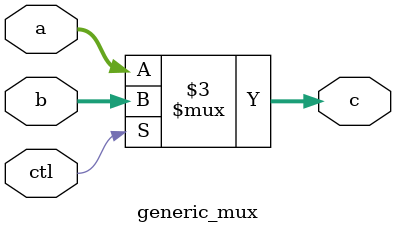
<source format=v>

module generic_mux #(parameter WIDTH=32)
(
	input [WIDTH-1:0] a,
	input [WIDTH-1:0] b,
	output reg [WIDTH-1:0] c,
	input ctl);

always @(*)
begin
	if (ctl)
		c = b;
	else
		c = a;
end

//assign c = ctl ? a : b; only wires can be assigned in that way

endmodule
</source>
